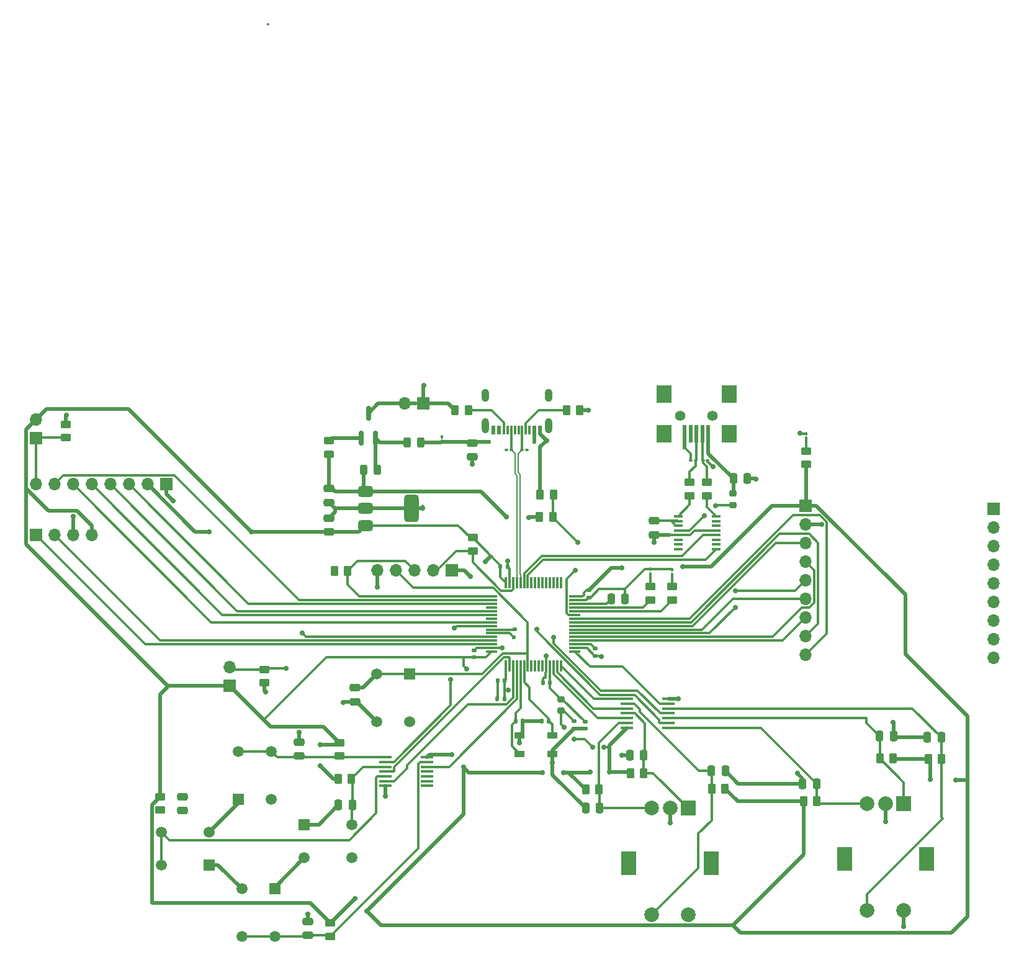
<source format=gbr>
%TF.GenerationSoftware,KiCad,Pcbnew,8.0.6*%
%TF.CreationDate,2024-12-27T13:10:45+11:00*%
%TF.ProjectId,drone_remote,64726f6e-655f-4726-956d-6f74652e6b69,rev?*%
%TF.SameCoordinates,Original*%
%TF.FileFunction,Copper,L1,Top*%
%TF.FilePolarity,Positive*%
%FSLAX46Y46*%
G04 Gerber Fmt 4.6, Leading zero omitted, Abs format (unit mm)*
G04 Created by KiCad (PCBNEW 8.0.6) date 2024-12-27 13:10:45*
%MOMM*%
%LPD*%
G01*
G04 APERTURE LIST*
G04 Aperture macros list*
%AMRoundRect*
0 Rectangle with rounded corners*
0 $1 Rounding radius*
0 $2 $3 $4 $5 $6 $7 $8 $9 X,Y pos of 4 corners*
0 Add a 4 corners polygon primitive as box body*
4,1,4,$2,$3,$4,$5,$6,$7,$8,$9,$2,$3,0*
0 Add four circle primitives for the rounded corners*
1,1,$1+$1,$2,$3*
1,1,$1+$1,$4,$5*
1,1,$1+$1,$6,$7*
1,1,$1+$1,$8,$9*
0 Add four rect primitives between the rounded corners*
20,1,$1+$1,$2,$3,$4,$5,0*
20,1,$1+$1,$4,$5,$6,$7,0*
20,1,$1+$1,$6,$7,$8,$9,0*
20,1,$1+$1,$8,$9,$2,$3,0*%
G04 Aperture macros list end*
%TA.AperFunction,SMDPad,CuDef*%
%ADD10RoundRect,0.250000X0.450000X-0.262500X0.450000X0.262500X-0.450000X0.262500X-0.450000X-0.262500X0*%
%TD*%
%TA.AperFunction,SMDPad,CuDef*%
%ADD11RoundRect,0.100000X-0.130000X-0.100000X0.130000X-0.100000X0.130000X0.100000X-0.130000X0.100000X0*%
%TD*%
%TA.AperFunction,SMDPad,CuDef*%
%ADD12RoundRect,0.250000X-0.450000X0.262500X-0.450000X-0.262500X0.450000X-0.262500X0.450000X0.262500X0*%
%TD*%
%TA.AperFunction,SMDPad,CuDef*%
%ADD13RoundRect,0.162500X0.162500X-0.837500X0.162500X0.837500X-0.162500X0.837500X-0.162500X-0.837500X0*%
%TD*%
%TA.AperFunction,SMDPad,CuDef*%
%ADD14RoundRect,0.250000X0.250000X0.475000X-0.250000X0.475000X-0.250000X-0.475000X0.250000X-0.475000X0*%
%TD*%
%TA.AperFunction,SMDPad,CuDef*%
%ADD15RoundRect,0.250000X0.262500X0.450000X-0.262500X0.450000X-0.262500X-0.450000X0.262500X-0.450000X0*%
%TD*%
%TA.AperFunction,ComponentPad*%
%ADD16R,1.700000X1.700000*%
%TD*%
%TA.AperFunction,ComponentPad*%
%ADD17O,1.700000X1.700000*%
%TD*%
%TA.AperFunction,SMDPad,CuDef*%
%ADD18RoundRect,0.250000X-0.262500X-0.450000X0.262500X-0.450000X0.262500X0.450000X-0.262500X0.450000X0*%
%TD*%
%TA.AperFunction,SMDPad,CuDef*%
%ADD19RoundRect,0.250000X-0.250000X-0.475000X0.250000X-0.475000X0.250000X0.475000X-0.250000X0.475000X0*%
%TD*%
%TA.AperFunction,SMDPad,CuDef*%
%ADD20R,1.676400X0.355600*%
%TD*%
%TA.AperFunction,SMDPad,CuDef*%
%ADD21RoundRect,0.250000X0.475000X-0.250000X0.475000X0.250000X-0.475000X0.250000X-0.475000X-0.250000X0*%
%TD*%
%TA.AperFunction,SMDPad,CuDef*%
%ADD22RoundRect,0.218750X-0.256250X0.218750X-0.256250X-0.218750X0.256250X-0.218750X0.256250X0.218750X0*%
%TD*%
%TA.AperFunction,SMDPad,CuDef*%
%ADD23RoundRect,0.250000X-0.475000X0.250000X-0.475000X-0.250000X0.475000X-0.250000X0.475000X0.250000X0*%
%TD*%
%TA.AperFunction,ComponentPad*%
%ADD24C,1.498600*%
%TD*%
%TA.AperFunction,ComponentPad*%
%ADD25R,1.498600X1.498600*%
%TD*%
%TA.AperFunction,SMDPad,CuDef*%
%ADD26RoundRect,0.140000X0.140000X0.170000X-0.140000X0.170000X-0.140000X-0.170000X0.140000X-0.170000X0*%
%TD*%
%TA.AperFunction,SMDPad,CuDef*%
%ADD27RoundRect,0.100000X0.130000X0.100000X-0.130000X0.100000X-0.130000X-0.100000X0.130000X-0.100000X0*%
%TD*%
%TA.AperFunction,SMDPad,CuDef*%
%ADD28R,1.200000X0.400000*%
%TD*%
%TA.AperFunction,SMDPad,CuDef*%
%ADD29RoundRect,0.100000X-0.100000X0.130000X-0.100000X-0.130000X0.100000X-0.130000X0.100000X0.130000X0*%
%TD*%
%TA.AperFunction,SMDPad,CuDef*%
%ADD30RoundRect,0.075000X0.075000X-0.700000X0.075000X0.700000X-0.075000X0.700000X-0.075000X-0.700000X0*%
%TD*%
%TA.AperFunction,SMDPad,CuDef*%
%ADD31RoundRect,0.075000X0.700000X-0.075000X0.700000X0.075000X-0.700000X0.075000X-0.700000X-0.075000X0*%
%TD*%
%TA.AperFunction,SMDPad,CuDef*%
%ADD32RoundRect,0.243750X0.243750X0.456250X-0.243750X0.456250X-0.243750X-0.456250X0.243750X-0.456250X0*%
%TD*%
%TA.AperFunction,SMDPad,CuDef*%
%ADD33RoundRect,0.243750X-0.243750X-0.456250X0.243750X-0.456250X0.243750X0.456250X-0.243750X0.456250X0*%
%TD*%
%TA.AperFunction,ComponentPad*%
%ADD34R,2.000000X2.000000*%
%TD*%
%TA.AperFunction,ComponentPad*%
%ADD35C,2.000000*%
%TD*%
%TA.AperFunction,ComponentPad*%
%ADD36R,2.000000X3.200000*%
%TD*%
%TA.AperFunction,SMDPad,CuDef*%
%ADD37RoundRect,0.140000X-0.170000X0.140000X-0.170000X-0.140000X0.170000X-0.140000X0.170000X0.140000X0*%
%TD*%
%TA.AperFunction,SMDPad,CuDef*%
%ADD38RoundRect,0.140000X0.170000X-0.140000X0.170000X0.140000X-0.170000X0.140000X-0.170000X-0.140000X0*%
%TD*%
%TA.AperFunction,SMDPad,CuDef*%
%ADD39R,1.447800X0.889000*%
%TD*%
%TA.AperFunction,SMDPad,CuDef*%
%ADD40RoundRect,0.375000X-0.625000X-0.375000X0.625000X-0.375000X0.625000X0.375000X-0.625000X0.375000X0*%
%TD*%
%TA.AperFunction,SMDPad,CuDef*%
%ADD41RoundRect,0.500000X-0.500000X-1.400000X0.500000X-1.400000X0.500000X1.400000X-0.500000X1.400000X0*%
%TD*%
%TA.AperFunction,SMDPad,CuDef*%
%ADD42RoundRect,0.140000X-0.140000X-0.170000X0.140000X-0.170000X0.140000X0.170000X-0.140000X0.170000X0*%
%TD*%
%TA.AperFunction,SMDPad,CuDef*%
%ADD43RoundRect,0.100000X0.100000X-0.130000X0.100000X0.130000X-0.100000X0.130000X-0.100000X-0.130000X0*%
%TD*%
%TA.AperFunction,SMDPad,CuDef*%
%ADD44RoundRect,0.243750X0.456250X-0.243750X0.456250X0.243750X-0.456250X0.243750X-0.456250X-0.243750X0*%
%TD*%
%TA.AperFunction,SMDPad,CuDef*%
%ADD45R,0.508000X2.489200*%
%TD*%
%TA.AperFunction,SMDPad,CuDef*%
%ADD46R,2.006600X2.489200*%
%TD*%
%TA.AperFunction,ComponentPad*%
%ADD47C,1.397000*%
%TD*%
%TA.AperFunction,ComponentPad*%
%ADD48O,1.000000X1.800000*%
%TD*%
%TA.AperFunction,ComponentPad*%
%ADD49O,1.000000X2.100000*%
%TD*%
%TA.AperFunction,SMDPad,CuDef*%
%ADD50R,0.300000X1.150000*%
%TD*%
%TA.AperFunction,SMDPad,CuDef*%
%ADD51R,0.600000X1.150000*%
%TD*%
%TA.AperFunction,ViaPad*%
%ADD52C,0.700000*%
%TD*%
%TA.AperFunction,ViaPad*%
%ADD53C,0.600000*%
%TD*%
%TA.AperFunction,Conductor*%
%ADD54C,0.500000*%
%TD*%
%TA.AperFunction,Conductor*%
%ADD55C,0.300000*%
%TD*%
%TA.AperFunction,Conductor*%
%ADD56C,0.200000*%
%TD*%
G04 APERTURE END LIST*
D10*
%TO.P,R5,1*%
%TO.N,Net-(J6-Pin_8)*%
X124700000Y-81725000D03*
%TO.P,R5,2*%
%TO.N,GND*%
X124700000Y-79900000D03*
%TD*%
D11*
%TO.P,C20,1*%
%TO.N,/D-*%
X211593106Y-84842666D03*
%TO.P,C20,2*%
%TO.N,GND*%
X212233106Y-84842666D03*
%TD*%
D12*
%TO.P,R2,1*%
%TO.N,Net-(D6-A)*%
X204400000Y-102075000D03*
%TO.P,R2,2*%
%TO.N,/HB_LED*%
X204400000Y-103900000D03*
%TD*%
D13*
%TO.P,Q1,1,D*%
%TO.N,/V_BAT*%
X165000000Y-81800000D03*
%TO.P,Q1,2,G*%
%TO.N,/V_USB*%
X166900000Y-81800000D03*
%TO.P,Q1,3,S*%
%TO.N,+5V*%
X165950000Y-78380000D03*
%TD*%
D14*
%TO.P,C29,1*%
%TO.N,/ENC1_SW*%
X244100000Y-122650000D03*
%TO.P,C29,2*%
%TO.N,GND*%
X242200000Y-122650000D03*
%TD*%
D15*
%TO.P,R8,1*%
%TO.N,Net-(J1-CC2)*%
X179600000Y-78000000D03*
%TO.P,R8,2*%
%TO.N,GND*%
X177775000Y-78000000D03*
%TD*%
D16*
%TO.P,JP4,1,A*%
%TO.N,+3.3V*%
X147000000Y-115562500D03*
D17*
%TO.P,JP4,2,B*%
%TO.N,/BOOT0*%
X147000000Y-113022500D03*
%TD*%
D18*
%TO.P,R22,1*%
%TO.N,+3.3V*%
X242337500Y-125600000D03*
%TO.P,R22,2*%
%TO.N,/ENC1_SW*%
X244162500Y-125600000D03*
%TD*%
D19*
%TO.P,C27,1*%
%TO.N,GND*%
X225200000Y-128925000D03*
%TO.P,C27,2*%
%TO.N,/ENC1_A*%
X227100000Y-128925000D03*
%TD*%
D20*
%TO.P,U3,14,VCC*%
%TO.N,+3.3V*%
X173919400Y-125350001D03*
%TO.P,U3,13,6A*%
%TO.N,/SW5*%
X173919400Y-126000000D03*
%TO.P,U3,12,6Y*%
%TO.N,/PUSH_BTN4*%
X173919400Y-126650001D03*
%TO.P,U3,11,5A*%
%TO.N,unconnected-(U3-5A-Pad11)*%
X173919400Y-127300000D03*
%TO.P,U3,10,5Y*%
%TO.N,unconnected-(U3-5Y-Pad10)*%
X173919400Y-127950001D03*
%TO.P,U3,9,4A*%
%TO.N,unconnected-(U3-4A-Pad9)*%
X173919400Y-128600000D03*
%TO.P,U3,8,4Y*%
%TO.N,unconnected-(U3-4Y-Pad8)*%
X173919400Y-129250001D03*
%TO.P,U3,7,GND*%
%TO.N,GND*%
X168280600Y-129249999D03*
%TO.P,U3,6,3Y*%
%TO.N,/PUSH_BTN3*%
X168280600Y-128600000D03*
%TO.P,U3,5,3A*%
%TO.N,/SW4*%
X168280600Y-127949999D03*
%TO.P,U3,4,2Y*%
%TO.N,/PUSH_BTN2*%
X168280600Y-127300000D03*
%TO.P,U3,3,2A*%
%TO.N,/SW3*%
X168280600Y-126650001D03*
%TO.P,U3,2,1Y*%
%TO.N,/PUSH_BTN1*%
X168280600Y-126000000D03*
%TO.P,U3,1,1A*%
%TO.N,/SW2*%
X168280600Y-125349999D03*
%TD*%
D21*
%TO.P,C15,1*%
%TO.N,GND*%
X180100000Y-84350000D03*
%TO.P,C15,2*%
%TO.N,VBUS*%
X180100000Y-82450000D03*
%TD*%
D22*
%TO.P,L2,1*%
%TO.N,Net-(J3-VBUS)*%
X215650000Y-89375000D03*
%TO.P,L2,2*%
%TO.N,Net-(U6-VCC)*%
X215650000Y-90950000D03*
%TD*%
D23*
%TO.P,C25,2*%
%TO.N,/SW4*%
X140550000Y-132600000D03*
%TO.P,C25,1*%
%TO.N,GND*%
X140550000Y-130700000D03*
%TD*%
D24*
%TO.P,SW2,4,4*%
%TO.N,/SW2*%
X152699401Y-124550001D03*
%TO.P,SW2,3,3*%
%TO.N,GND*%
X152699401Y-131050002D03*
%TO.P,SW2,2,2*%
%TO.N,/SW2*%
X148199400Y-124550001D03*
D25*
%TO.P,SW2,1,1*%
%TO.N,GND*%
X148199400Y-131050002D03*
%TD*%
D10*
%TO.P,R3,1*%
%TO.N,/SWDIO*%
X180200000Y-97212500D03*
%TO.P,R3,2*%
%TO.N,+3.3V*%
X180200000Y-95387500D03*
%TD*%
D26*
%TO.P,C5,1*%
%TO.N,GND*%
X184927894Y-99305734D03*
%TO.P,C5,2*%
%TO.N,+3.3V*%
X183967894Y-99305734D03*
%TD*%
D22*
%TO.P,L1,1*%
%TO.N,+3.3VA*%
X192200000Y-117425000D03*
%TO.P,L1,2*%
%TO.N,+3.3V*%
X192200000Y-119000000D03*
%TD*%
D16*
%TO.P,J5,1,Pin_1*%
%TO.N,/I2C1_SDA*%
X120600000Y-95000000D03*
D17*
%TO.P,J5,2,Pin_2*%
%TO.N,/I2C1_SCL*%
X123140000Y-95000000D03*
%TO.P,J5,3,Pin_3*%
%TO.N,GND*%
X125680000Y-95000000D03*
%TO.P,J5,4,Pin_4*%
%TO.N,+3.3V*%
X128220000Y-95000000D03*
%TD*%
D16*
%TO.P,J8,1,Pin_1*%
%TO.N,unconnected-(J8-Pin_1-Pad1)*%
X251257106Y-91449266D03*
D17*
%TO.P,J8,2,Pin_2*%
%TO.N,unconnected-(J8-Pin_2-Pad2)*%
X251257106Y-93989266D03*
%TO.P,J8,3,Pin_3*%
%TO.N,unconnected-(J8-Pin_3-Pad3)*%
X251257106Y-96529266D03*
%TO.P,J8,4,Pin_4*%
%TO.N,unconnected-(J8-Pin_4-Pad4)*%
X251257106Y-99069266D03*
%TO.P,J8,5,Pin_5*%
%TO.N,unconnected-(J8-Pin_5-Pad5)*%
X251257106Y-101609266D03*
%TO.P,J8,6,Pin_6*%
%TO.N,unconnected-(J8-Pin_6-Pad6)*%
X251257106Y-104149266D03*
%TO.P,J8,7,Pin_7*%
%TO.N,unconnected-(J8-Pin_7-Pad7)*%
X251257106Y-106689266D03*
%TO.P,J8,8,Pin_8*%
%TO.N,unconnected-(J8-Pin_8-Pad8)*%
X251257106Y-109229266D03*
%TO.P,J8,9,Pin_9*%
%TO.N,unconnected-(J8-Pin_9-Pad9)*%
X251257106Y-111769266D03*
%TD*%
D15*
%TO.P,R24,1*%
%TO.N,/ENC2_C*%
X203500000Y-127500000D03*
%TO.P,R24,2*%
%TO.N,+3.3V*%
X201675000Y-127500000D03*
%TD*%
D21*
%TO.P,C33,1*%
%TO.N,GND*%
X164150000Y-117750000D03*
%TO.P,C33,2*%
%TO.N,/nRST*%
X164150000Y-115850000D03*
%TD*%
D10*
%TO.P,R13,1*%
%TO.N,/USBD+*%
X212093106Y-89642666D03*
%TO.P,R13,2*%
%TO.N,/D-*%
X212093106Y-87817666D03*
%TD*%
D24*
%TO.P,SW3,4,4*%
%TO.N,/SW3*%
X163699401Y-139050002D03*
%TO.P,SW3,3,3*%
%TO.N,GND*%
X157199400Y-139050002D03*
%TO.P,SW3,2,2*%
%TO.N,/SW3*%
X163699401Y-134550001D03*
D25*
%TO.P,SW3,1,1*%
%TO.N,GND*%
X157199400Y-134550001D03*
%TD*%
D12*
%TO.P,R12,1*%
%TO.N,/D+*%
X209793106Y-87817666D03*
%TO.P,R12,2*%
%TO.N,/USBD-*%
X209793106Y-89642666D03*
%TD*%
D16*
%TO.P,J2,1,Pin_1*%
%TO.N,GND*%
X173457106Y-77069266D03*
D17*
%TO.P,J2,2,Pin_2*%
%TO.N,+5V*%
X170917106Y-77069266D03*
%TD*%
D19*
%TO.P,C31,1*%
%TO.N,GND*%
X201600000Y-125100000D03*
%TO.P,C31,2*%
%TO.N,/ENC2_C*%
X203500000Y-125100000D03*
%TD*%
D27*
%TO.P,D2,1,A1*%
%TO.N,/USB_OTG_FS+*%
X185450606Y-83397557D03*
%TO.P,D2,2,A2*%
%TO.N,GND*%
X184810606Y-83397557D03*
%TD*%
D24*
%TO.P,SW5,4,4*%
%TO.N,/SW5*%
X148688802Y-149800001D03*
%TO.P,SW5,3,3*%
%TO.N,GND*%
X148688802Y-143300000D03*
%TO.P,SW5,2,2*%
%TO.N,/SW5*%
X153188803Y-149800001D03*
D25*
%TO.P,SW5,1,1*%
%TO.N,GND*%
X153188803Y-143300000D03*
%TD*%
D28*
%TO.P,U6,1,TXD*%
%TO.N,/USART_TX*%
X213400000Y-96935000D03*
%TO.P,U6,2,~{RTS}*%
%TO.N,unconnected-(U6-~{RTS}-Pad2)*%
X213400000Y-96300000D03*
%TO.P,U6,3,VCCIO*%
%TO.N,Net-(U6-3V3OUT)*%
X213400000Y-95665000D03*
%TO.P,U6,4,RXD*%
%TO.N,/USART_RX*%
X213400000Y-95030000D03*
%TO.P,U6,5,GND*%
%TO.N,GND*%
X213400000Y-94395000D03*
%TO.P,U6,6,~{CTS}*%
%TO.N,unconnected-(U6-~{CTS}-Pad6)*%
X213400000Y-93760000D03*
%TO.P,U6,7,CBUS2*%
%TO.N,unconnected-(U6-CBUS2-Pad7)*%
X213400000Y-93125000D03*
%TO.P,U6,8,USBDP*%
%TO.N,/USBD+*%
X213400000Y-92490000D03*
%TO.P,U6,9,USBDM*%
%TO.N,/USBD-*%
X208200000Y-92490000D03*
%TO.P,U6,10,3V3OUT*%
%TO.N,Net-(U6-3V3OUT)*%
X208200000Y-93125000D03*
%TO.P,U6,11,~{RESET}*%
X208200000Y-93760000D03*
%TO.P,U6,12,VCC*%
%TO.N,Net-(U6-VCC)*%
X208200000Y-94395000D03*
%TO.P,U6,13,GND*%
%TO.N,GND*%
X208200000Y-95030000D03*
%TO.P,U6,14,CBUS1*%
%TO.N,unconnected-(U6-CBUS1-Pad14)*%
X208200000Y-95665000D03*
%TO.P,U6,15,CBUS0*%
%TO.N,unconnected-(U6-CBUS0-Pad15)*%
X208200000Y-96300000D03*
%TO.P,U6,16,CBUS3*%
%TO.N,unconnected-(U6-CBUS3-Pad16)*%
X208200000Y-96935000D03*
%TD*%
D24*
%TO.P,SW4,4,4*%
%TO.N,/SW4*%
X137699401Y-135550001D03*
%TO.P,SW4,3,3*%
%TO.N,GND*%
X144199402Y-135550001D03*
%TO.P,SW4,2,2*%
%TO.N,/SW4*%
X137699401Y-140050002D03*
D25*
%TO.P,SW4,1,1*%
%TO.N,GND*%
X144199402Y-140050002D03*
%TD*%
D12*
%TO.P,R18,2*%
%TO.N,/SW5*%
X160719400Y-149750001D03*
%TO.P,R18,1*%
%TO.N,+3.3V*%
X160719400Y-147925001D03*
%TD*%
D21*
%TO.P,C17,1*%
%TO.N,+3.3V*%
X160600000Y-94600000D03*
%TO.P,C17,2*%
%TO.N,GND*%
X160600000Y-92700000D03*
%TD*%
D19*
%TO.P,C24,2*%
%TO.N,/SW3*%
X163769400Y-131850001D03*
%TO.P,C24,1*%
%TO.N,GND*%
X161869400Y-131850001D03*
%TD*%
D10*
%TO.P,R16,2*%
%TO.N,+3.3V*%
X162010529Y-123338422D03*
%TO.P,R16,1*%
%TO.N,/SW2*%
X162010529Y-125163422D03*
%TD*%
%TO.P,R1,1*%
%TO.N,GND*%
X151800000Y-115200000D03*
%TO.P,R1,2*%
%TO.N,/BOOT0*%
X151800000Y-113375000D03*
%TD*%
D14*
%TO.P,C19,1*%
%TO.N,GND*%
X217648106Y-87342666D03*
%TO.P,C19,2*%
%TO.N,Net-(J3-VBUS)*%
X215748106Y-87342666D03*
%TD*%
D27*
%TO.P,C21,1*%
%TO.N,/D+*%
X210568106Y-84842666D03*
%TO.P,C21,2*%
%TO.N,GND*%
X209928106Y-84842666D03*
%TD*%
D16*
%TO.P,J6,1,Pin_1*%
%TO.N,GND*%
X138350000Y-88100000D03*
D17*
%TO.P,J6,2,Pin_2*%
%TO.N,+3.3V*%
X135810000Y-88100000D03*
%TO.P,J6,3,Pin_3*%
%TO.N,/SPI3_SCK*%
X133270000Y-88100000D03*
%TO.P,J6,4,Pin_4*%
%TO.N,/SPI3_MOSI*%
X130730000Y-88100000D03*
%TO.P,J6,5,Pin_5*%
%TO.N,/ST7735_nRST*%
X128190000Y-88100000D03*
%TO.P,J6,6,Pin_6*%
%TO.N,/ST7735_DC*%
X125650000Y-88100000D03*
%TO.P,J6,7,Pin_7*%
%TO.N,/SPI3_nCS*%
X123110000Y-88100000D03*
%TO.P,J6,8,Pin_8*%
%TO.N,Net-(J6-Pin_8)*%
X120570000Y-88100000D03*
%TD*%
D29*
%TO.P,D10,2,A*%
%TO.N,Net-(D10-A)*%
X207400000Y-100407500D03*
%TO.P,D10,1,K*%
%TO.N,GND*%
X207400000Y-99767500D03*
%TD*%
D23*
%TO.P,C22,1*%
%TO.N,Net-(U6-3V3OUT)*%
X204955000Y-93092500D03*
%TO.P,C22,2*%
%TO.N,GND*%
X204955000Y-94992500D03*
%TD*%
D30*
%TO.P,U1,1,VBAT*%
%TO.N,+3.3V*%
X184700000Y-112850000D03*
%TO.P,U1,2,PC13*%
%TO.N,/PUSH_BTN2*%
X185200000Y-112850000D03*
%TO.P,U1,3,PC14*%
%TO.N,/PUSH_BTN3*%
X185700000Y-112850000D03*
%TO.P,U1,4,PC15*%
%TO.N,/PUSH_BTN4*%
X186200000Y-112850000D03*
%TO.P,U1,5,RCC_OSC_IN*%
%TO.N,/OSC_IN*%
X186700000Y-112850000D03*
%TO.P,U1,6,RCC_OSC_OUT*%
%TO.N,/OSC_OUT*%
X187200000Y-112850000D03*
%TO.P,U1,7,NRST*%
%TO.N,/nRST*%
X187700000Y-112850000D03*
%TO.P,U1,8,PC0*%
%TO.N,unconnected-(U1-PC0-Pad8)*%
X188200000Y-112850000D03*
%TO.P,U1,9,PC1*%
%TO.N,unconnected-(U1-PC1-Pad9)*%
X188700000Y-112850000D03*
%TO.P,U1,10,PC2*%
%TO.N,unconnected-(U1-PC2-Pad10)*%
X189200000Y-112850000D03*
%TO.P,U1,11,PC3*%
%TO.N,unconnected-(U1-PC3-Pad11)*%
X189700000Y-112850000D03*
%TO.P,U1,12,VSSA*%
%TO.N,GND*%
X190200000Y-112850000D03*
%TO.P,U1,13,VDDA*%
%TO.N,+3.3VA*%
X190700000Y-112850000D03*
%TO.P,U1,14,PA0*%
%TO.N,/TIM2_CH1*%
X191200000Y-112850000D03*
%TO.P,U1,15,PA1*%
%TO.N,/TIM2_CH2*%
X191700000Y-112850000D03*
%TO.P,U1,16,PA2*%
%TO.N,/ENC2_BTN*%
X192200000Y-112850000D03*
D31*
%TO.P,U1,17,PA3*%
%TO.N,/ENC1_BTN*%
X194125000Y-110925000D03*
%TO.P,U1,18,VSS*%
%TO.N,GND*%
X194125000Y-110425000D03*
%TO.P,U1,19,VDD*%
%TO.N,+3.3V*%
X194125000Y-109925000D03*
%TO.P,U1,20,PA4*%
%TO.N,/SPI1_nCS*%
X194125000Y-109425000D03*
%TO.P,U1,21,PA5*%
%TO.N,/SPI1_SCK*%
X194125000Y-108925000D03*
%TO.P,U1,22,PA6*%
%TO.N,/SPI1_MISO*%
X194125000Y-108425000D03*
%TO.P,U1,23,PA7*%
%TO.N,/SPI1_MOSI*%
X194125000Y-107925000D03*
%TO.P,U1,24,PC4*%
%TO.N,/RFM_EN*%
X194125000Y-107425000D03*
%TO.P,U1,25,PC5*%
%TO.N,/RFM_nRST*%
X194125000Y-106925000D03*
%TO.P,U1,26,PB0*%
%TO.N,/RFM_G0*%
X194125000Y-106425000D03*
%TO.P,U1,27,PB1*%
%TO.N,/ADC_VOLTAGE*%
X194125000Y-105925000D03*
%TO.P,U1,28,PB2*%
%TO.N,/MCU_LED*%
X194125000Y-105425000D03*
%TO.P,U1,29,PB10*%
%TO.N,/HB_LED*%
X194125000Y-104925000D03*
%TO.P,U1,30,VCAP1*%
%TO.N,Net-(U1-VCAP1)*%
X194125000Y-104425000D03*
%TO.P,U1,31,VSS*%
%TO.N,GND*%
X194125000Y-103925000D03*
%TO.P,U1,32,VDD*%
%TO.N,+3.3V*%
X194125000Y-103425000D03*
D30*
%TO.P,U1,33,PB12*%
%TO.N,unconnected-(U1-PB12-Pad33)*%
X192200000Y-101500000D03*
%TO.P,U1,34,PB13*%
%TO.N,unconnected-(U1-PB13-Pad34)*%
X191700000Y-101500000D03*
%TO.P,U1,35,PB14*%
%TO.N,unconnected-(U1-PB14-Pad35)*%
X191200000Y-101500000D03*
%TO.P,U1,36,PB15*%
%TO.N,unconnected-(U1-PB15-Pad36)*%
X190700000Y-101500000D03*
%TO.P,U1,37,PC6*%
%TO.N,unconnected-(U1-PC6-Pad37)*%
X190200000Y-101500000D03*
%TO.P,U1,38,PC7*%
%TO.N,unconnected-(U1-PC7-Pad38)*%
X189700000Y-101500000D03*
%TO.P,U1,39,PC8*%
%TO.N,unconnected-(U1-PC8-Pad39)*%
X189200000Y-101500000D03*
%TO.P,U1,40,PC9*%
%TO.N,unconnected-(U1-PC9-Pad40)*%
X188700000Y-101500000D03*
%TO.P,U1,41,PA8*%
%TO.N,unconnected-(U1-PA8-Pad41)*%
X188200000Y-101500000D03*
%TO.P,U1,42,PA9*%
%TO.N,/USART_TX*%
X187700000Y-101500000D03*
%TO.P,U1,43,PA10*%
%TO.N,/USART_RX*%
X187200000Y-101500000D03*
%TO.P,U1,44,PA11*%
%TO.N,/USB_OTG_FS-*%
X186700000Y-101500000D03*
%TO.P,U1,45,PA12*%
%TO.N,/USB_OTG_FS+*%
X186200000Y-101500000D03*
%TO.P,U1,46,PA13*%
%TO.N,/SWDIO*%
X185700000Y-101500000D03*
%TO.P,U1,47,VSS*%
%TO.N,GND*%
X185200000Y-101500000D03*
%TO.P,U1,48,VDD*%
%TO.N,+3.3V*%
X184700000Y-101500000D03*
D31*
%TO.P,U1,49,PA14*%
%TO.N,/SWCLK*%
X182775000Y-103425000D03*
%TO.P,U1,50,PA15*%
%TO.N,/SPI3_nCS*%
X182775000Y-103925000D03*
%TO.P,U1,51,PC10*%
%TO.N,/SPI3_SCK*%
X182775000Y-104425000D03*
%TO.P,U1,52,PC11*%
%TO.N,unconnected-(U1-PC11-Pad52)*%
X182775000Y-104925000D03*
%TO.P,U1,53,PC12*%
%TO.N,/SPI3_MOSI*%
X182775000Y-105425000D03*
%TO.P,U1,54,PD2*%
%TO.N,/ST7735_nRST*%
X182775000Y-105925000D03*
%TO.P,U1,55,PB3*%
%TO.N,unconnected-(U1-PB3-Pad55)*%
X182775000Y-106425000D03*
%TO.P,U1,56,PB4*%
%TO.N,/ST7735_DC*%
X182775000Y-106925000D03*
%TO.P,U1,57,PB5*%
%TO.N,/PUSH_BTN1*%
X182775000Y-107425000D03*
%TO.P,U1,58,PB6*%
%TO.N,/TIM4_CH1*%
X182775000Y-107925000D03*
%TO.P,U1,59,PB7*%
%TO.N,/TIM4_CH2*%
X182775000Y-108425000D03*
%TO.P,U1,60,BOOT0*%
%TO.N,/BOOT0*%
X182775000Y-108925000D03*
%TO.P,U1,61,PB8*%
%TO.N,/I2C1_SCL*%
X182775000Y-109425000D03*
%TO.P,U1,62,PB9*%
%TO.N,/I2C1_SDA*%
X182775000Y-109925000D03*
%TO.P,U1,63,VSS*%
%TO.N,GND*%
X182775000Y-110425000D03*
%TO.P,U1,64,VDD*%
%TO.N,+3.3V*%
X182775000Y-110925000D03*
%TD*%
D32*
%TO.P,F1,1*%
%TO.N,VBUS*%
X173100000Y-82400000D03*
%TO.P,F1,2*%
%TO.N,/V_USB*%
X171225000Y-82400000D03*
%TD*%
D33*
%TO.P,D4,1,K*%
%TO.N,/REG_IN*%
X165325000Y-86100000D03*
%TO.P,D4,2,A*%
%TO.N,/V_USB*%
X167200000Y-86100000D03*
%TD*%
D12*
%TO.P,R26,1*%
%TO.N,Net-(D9-A)*%
X225700000Y-83575000D03*
%TO.P,R26,2*%
%TO.N,+3.3V*%
X225700000Y-85400000D03*
%TD*%
D16*
%TO.P,J7,1,Pin_1*%
%TO.N,+3.3V*%
X225600000Y-91000000D03*
D17*
%TO.P,J7,2,Pin_2*%
%TO.N,GND*%
X225600000Y-93540000D03*
%TO.P,J7,3,Pin_3*%
%TO.N,/RFM_EN*%
X225600000Y-96080000D03*
%TO.P,J7,4,Pin_4*%
%TO.N,/SPI1_SCK*%
X225600000Y-98620000D03*
%TO.P,J7,5,Pin_5*%
%TO.N,/SPI1_MISO*%
X225600000Y-101160000D03*
%TO.P,J7,6,Pin_6*%
%TO.N,/SPI1_MOSI*%
X225600000Y-103700000D03*
%TO.P,J7,7,Pin_7*%
%TO.N,/SPI1_nCS*%
X225600000Y-106240000D03*
%TO.P,J7,8,Pin_8*%
%TO.N,/RFM_nRST*%
X225600000Y-108780000D03*
%TO.P,J7,9,Pin_9*%
%TO.N,/RFM_G0*%
X225600000Y-111320000D03*
%TD*%
D18*
%TO.P,R7,1*%
%TO.N,Net-(J1-CC1)*%
X192975606Y-78000166D03*
%TO.P,R7,2*%
%TO.N,GND*%
X194800606Y-78000166D03*
%TD*%
D34*
%TO.P,SW6,A,A*%
%TO.N,/ENC1_C*%
X239000000Y-131700000D03*
D35*
%TO.P,SW6,B,B*%
%TO.N,/ENC1_A*%
X234000000Y-131700000D03*
%TO.P,SW6,C,C*%
%TO.N,GND*%
X236500000Y-131700000D03*
D36*
%TO.P,SW6,MP*%
%TO.N,N/C*%
X242100000Y-139200000D03*
X230900000Y-139200000D03*
D35*
%TO.P,SW6,S1,S1*%
%TO.N,/ENC1_SW*%
X234000000Y-146200000D03*
%TO.P,SW6,S2,S2*%
%TO.N,GND*%
X239000000Y-146200000D03*
%TD*%
D15*
%TO.P,R17,2*%
%TO.N,+3.3V*%
X161806900Y-128250001D03*
%TO.P,R17,1*%
%TO.N,/SW3*%
X163631900Y-128250001D03*
%TD*%
D26*
%TO.P,C14,1*%
%TO.N,GND*%
X187010000Y-120375000D03*
%TO.P,C14,2*%
%TO.N,/OSC_IN*%
X186050000Y-120375000D03*
%TD*%
D21*
%TO.P,C26,2*%
%TO.N,GND*%
X157719400Y-147750001D03*
%TO.P,C26,1*%
%TO.N,/SW5*%
X157719400Y-149650001D03*
%TD*%
D25*
%TO.P,SW1,1,1*%
%TO.N,/nRST*%
X171600000Y-114000000D03*
D24*
%TO.P,SW1,2,2*%
%TO.N,GND*%
X171600000Y-120500001D03*
%TO.P,SW1,3,3*%
%TO.N,/nRST*%
X167099999Y-114000000D03*
%TO.P,SW1,4,4*%
%TO.N,GND*%
X167099999Y-120500001D03*
%TD*%
D11*
%TO.P,D1,1,A1*%
%TO.N,/USB_OTG_FS-*%
X186900606Y-83400166D03*
%TO.P,D1,2,A2*%
%TO.N,GND*%
X187540606Y-83400166D03*
%TD*%
D37*
%TO.P,C6,1*%
%TO.N,GND*%
X180400000Y-110750000D03*
%TO.P,C6,2*%
%TO.N,+3.3V*%
X180400000Y-111710000D03*
%TD*%
D38*
%TO.P,C3,1*%
%TO.N,GND*%
X196875000Y-111485000D03*
%TO.P,C3,2*%
%TO.N,+3.3V*%
X196875000Y-110525000D03*
%TD*%
D15*
%TO.P,R11,1*%
%TO.N,/ADC_VOLTAGE*%
X191200000Y-89500000D03*
%TO.P,R11,2*%
%TO.N,GND*%
X189375000Y-89500000D03*
%TD*%
%TO.P,R20,1*%
%TO.N,/ENC1_A*%
X227125000Y-131325000D03*
%TO.P,R20,2*%
%TO.N,+3.3V*%
X225300000Y-131325000D03*
%TD*%
D16*
%TO.P,JP1,1,A*%
%TO.N,Net-(J6-Pin_8)*%
X120600000Y-81800000D03*
D17*
%TO.P,JP1,2,B*%
%TO.N,+3.3V*%
X120600000Y-79260000D03*
%TD*%
D37*
%TO.P,C9,1*%
%TO.N,+3.3VA*%
X195500000Y-120500000D03*
%TO.P,C9,2*%
%TO.N,GND*%
X195500000Y-121460000D03*
%TD*%
D39*
%TO.P,X1,1,1*%
%TO.N,/OSC_IN*%
X186579600Y-124875000D03*
%TO.P,X1,2,2*%
%TO.N,GND*%
X191050000Y-124875000D03*
%TO.P,X1,3,3*%
%TO.N,/OSC_OUT*%
X191050000Y-122375000D03*
%TO.P,X1,4,4*%
%TO.N,GND*%
X186579600Y-122375000D03*
%TD*%
D14*
%TO.P,C32,1*%
%TO.N,GND*%
X214650000Y-127200000D03*
%TO.P,C32,2*%
%TO.N,/ENC2_SW*%
X212750000Y-127200000D03*
%TD*%
D40*
%TO.P,U2,1,VI*%
%TO.N,/REG_IN*%
X165550000Y-89100000D03*
%TO.P,U2,2,GND*%
%TO.N,GND*%
X165550000Y-91400000D03*
D41*
X171850000Y-91400000D03*
D40*
%TO.P,U2,3,VO*%
%TO.N,+3.3V*%
X165550000Y-93700000D03*
%TD*%
D19*
%TO.P,C28,1*%
%TO.N,/ENC1_C*%
X235700000Y-122450000D03*
%TO.P,C28,2*%
%TO.N,GND*%
X237600000Y-122450000D03*
%TD*%
D15*
%TO.P,R23,1*%
%TO.N,/ENC2_A*%
X197412500Y-129700000D03*
%TO.P,R23,2*%
%TO.N,+3.3V*%
X195587500Y-129700000D03*
%TD*%
D37*
%TO.P,C10,1*%
%TO.N,+3.3V*%
X194000000Y-120440000D03*
%TO.P,C10,2*%
%TO.N,GND*%
X194000000Y-121400000D03*
%TD*%
D18*
%TO.P,R10,1*%
%TO.N,/REG_IN*%
X189287500Y-92550000D03*
%TO.P,R10,2*%
%TO.N,/ADC_VOLTAGE*%
X191112500Y-92550000D03*
%TD*%
%TO.P,R25,1*%
%TO.N,/ENC2_SW*%
X212775000Y-129600000D03*
%TO.P,R25,2*%
%TO.N,+3.3V*%
X214600000Y-129600000D03*
%TD*%
D23*
%TO.P,C16,1*%
%TO.N,/REG_IN*%
X160600000Y-88700000D03*
%TO.P,C16,2*%
%TO.N,GND*%
X160600000Y-90600000D03*
%TD*%
D42*
%TO.P,C13,1*%
%TO.N,GND*%
X189590000Y-120375000D03*
%TO.P,C13,2*%
%TO.N,/OSC_OUT*%
X190550000Y-120375000D03*
%TD*%
%TO.P,C7,1*%
%TO.N,GND*%
X183550000Y-117375000D03*
%TO.P,C7,2*%
%TO.N,+3.3V*%
X184510000Y-117375000D03*
%TD*%
D20*
%TO.P,U4,1,1A*%
%TO.N,/ENC1_A*%
X206838800Y-121300002D03*
%TO.P,U4,2,1Y*%
%TO.N,/TIM4_CH1*%
X206838800Y-120650001D03*
%TO.P,U4,3,2A*%
%TO.N,/ENC1_C*%
X206838800Y-120000000D03*
%TO.P,U4,4,2Y*%
%TO.N,/TIM4_CH2*%
X206838800Y-119350001D03*
%TO.P,U4,5,3A*%
%TO.N,/ENC1_SW*%
X206838800Y-118700002D03*
%TO.P,U4,6,3Y*%
%TO.N,/ENC1_BTN*%
X206838800Y-118050001D03*
%TO.P,U4,7,GND*%
%TO.N,GND*%
X206838800Y-117400002D03*
%TO.P,U4,8,4Y*%
%TO.N,/ENC2_BTN*%
X201200000Y-117400000D03*
%TO.P,U4,9,4A*%
%TO.N,/ENC2_SW*%
X201200000Y-118050001D03*
%TO.P,U4,10,5Y*%
%TO.N,/TIM2_CH2*%
X201200000Y-118700000D03*
%TO.P,U4,11,5A*%
%TO.N,/ENC2_C*%
X201200000Y-119350001D03*
%TO.P,U4,12,6Y*%
%TO.N,/TIM2_CH1*%
X201200000Y-120000000D03*
%TO.P,U4,13,6A*%
%TO.N,/ENC2_A*%
X201200000Y-120650001D03*
%TO.P,U4,14,VCC*%
%TO.N,+3.3V*%
X201200000Y-121300000D03*
%TD*%
D29*
%TO.P,D6,1,K*%
%TO.N,GND*%
X204400000Y-99675000D03*
%TO.P,D6,2,A*%
%TO.N,Net-(D6-A)*%
X204400000Y-100315000D03*
%TD*%
D43*
%TO.P,D3,1,A1*%
%TO.N,VBUS*%
X176000000Y-82265000D03*
%TO.P,D3,2,A2*%
%TO.N,GND*%
X176000000Y-81625000D03*
%TD*%
D29*
%TO.P,D9,1,K*%
%TO.N,GND*%
X225700000Y-81175000D03*
%TO.P,D9,2,A*%
%TO.N,Net-(D9-A)*%
X225700000Y-81815000D03*
%TD*%
D42*
%TO.P,C8,1*%
%TO.N,GND*%
X189740000Y-115200000D03*
%TO.P,C8,2*%
%TO.N,+3.3VA*%
X190700000Y-115200000D03*
%TD*%
D15*
%TO.P,R21,1*%
%TO.N,+3.3V*%
X237562500Y-125500000D03*
%TO.P,R21,2*%
%TO.N,/ENC1_C*%
X235737500Y-125500000D03*
%TD*%
%TO.P,R4,1*%
%TO.N,/SWCLK*%
X163125000Y-99900000D03*
%TO.P,R4,2*%
%TO.N,+3.3V*%
X161300000Y-99900000D03*
%TD*%
D44*
%TO.P,D5,1,K*%
%TO.N,/REG_IN*%
X160600000Y-83975000D03*
%TO.P,D5,2,A*%
%TO.N,/V_BAT*%
X160600000Y-82100000D03*
%TD*%
D38*
%TO.P,C4,1*%
%TO.N,GND*%
X196020594Y-103534362D03*
%TO.P,C4,2*%
%TO.N,+3.3V*%
X196020594Y-102574362D03*
%TD*%
D34*
%TO.P,SW7,A,A*%
%TO.N,/ENC2_C*%
X209600000Y-132300000D03*
D35*
%TO.P,SW7,B,B*%
%TO.N,/ENC2_A*%
X204600000Y-132300000D03*
%TO.P,SW7,C,C*%
%TO.N,GND*%
X207100000Y-132300000D03*
D36*
%TO.P,SW7,MP*%
%TO.N,N/C*%
X212700000Y-139800000D03*
X201500000Y-139800000D03*
D35*
%TO.P,SW7,S1,S1*%
%TO.N,/ENC2_SW*%
X204600000Y-146800000D03*
%TO.P,SW7,S2,S2*%
%TO.N,GND*%
X209600000Y-146800000D03*
%TD*%
D19*
%TO.P,C1,1*%
%TO.N,Net-(U1-VCAP1)*%
X199075000Y-103725000D03*
%TO.P,C1,2*%
%TO.N,GND*%
X200975000Y-103725000D03*
%TD*%
D45*
%TO.P,J3,1,VBUS*%
%TO.N,Net-(J3-VBUS)*%
X212328706Y-81242666D03*
%TO.P,J3,2,D-*%
%TO.N,/D-*%
X211515906Y-81242666D03*
%TO.P,J3,3,D+*%
%TO.N,/D+*%
X210703106Y-81242666D03*
%TO.P,J3,4,ID*%
%TO.N,unconnected-(J3-ID-Pad4)*%
X209890306Y-81242666D03*
%TO.P,J3,5,GND*%
%TO.N,GND*%
X209077506Y-81242666D03*
D46*
%TO.P,J3,6,Shield*%
%TO.N,unconnected-(J3-Shield-Pad6)*%
X215148106Y-81242666D03*
%TO.P,J3,7*%
%TO.N,N/C*%
X206258106Y-81242666D03*
D47*
%TO.P,J3,8*%
X212912906Y-78778866D03*
%TO.P,J3,9*%
X208493306Y-78778866D03*
D46*
%TO.P,J3,10*%
X215148106Y-75756266D03*
%TO.P,J3,11*%
X206258106Y-75756266D03*
%TD*%
D48*
%TO.P,J1,SH4,SHIELD__3*%
%TO.N,GND*%
X181865606Y-75920166D03*
%TO.P,J1,SH3,SHIELD__2*%
X190505606Y-75920166D03*
D49*
%TO.P,J1,SH2,SHIELD__1*%
X181865606Y-80100166D03*
%TO.P,J1,SH1,SHIELD*%
X190505606Y-80100166D03*
D50*
%TO.P,J1,B8,SBU2*%
%TO.N,unconnected-(J1-SBU2-PadB8)*%
X187935606Y-80675166D03*
%TO.P,J1,B7,DN2*%
%TO.N,/USB_OTG_FS-*%
X186935606Y-80675166D03*
%TO.P,J1,B6,DP2*%
%TO.N,/USB_OTG_FS+*%
X185435606Y-80675166D03*
%TO.P,J1,B5,CC2*%
%TO.N,Net-(J1-CC2)*%
X184435606Y-80675166D03*
D51*
%TO.P,J1,B4_A9,VBUS__1*%
%TO.N,unconnected-(J1-VBUS__1-PadB4_A9)*%
X183785606Y-80675166D03*
%TO.P,J1,B1_A12,GND__1*%
%TO.N,GND*%
X182985606Y-80675166D03*
D50*
%TO.P,J1,A8,SBU1*%
%TO.N,unconnected-(J1-SBU1-PadA8)*%
X184935606Y-80675166D03*
%TO.P,J1,A7,DN1*%
%TO.N,unconnected-(J1-DN1-PadA7)*%
X185935606Y-80675166D03*
%TO.P,J1,A6,DP1*%
%TO.N,unconnected-(J1-DP1-PadA6)*%
X186435606Y-80675166D03*
%TO.P,J1,A5,CC1*%
%TO.N,Net-(J1-CC1)*%
X187435606Y-80675166D03*
D51*
%TO.P,J1,A4_B9,VBUS*%
%TO.N,VBUS*%
X188585606Y-80675166D03*
%TO.P,J1,A1_B12,GND*%
%TO.N,GND*%
X189385606Y-80675166D03*
%TD*%
D23*
%TO.P,C23,2*%
%TO.N,/SW2*%
X156519400Y-125150001D03*
%TO.P,C23,1*%
%TO.N,GND*%
X156519400Y-123250001D03*
%TD*%
D16*
%TO.P,J4,1,Pin_1*%
%TO.N,+3.3V*%
X177300000Y-99800000D03*
D17*
%TO.P,J4,2,Pin_2*%
%TO.N,/SWDIO*%
X174760000Y-99800000D03*
%TO.P,J4,3,Pin_3*%
%TO.N,/SWCLK*%
X172220000Y-99800000D03*
%TO.P,J4,4,Pin_4*%
%TO.N,/nRST*%
X169680000Y-99800000D03*
%TO.P,J4,5,Pin_5*%
%TO.N,GND*%
X167140000Y-99800000D03*
%TD*%
D10*
%TO.P,R19,2*%
%TO.N,+3.3V*%
X137550000Y-130700000D03*
%TO.P,R19,1*%
%TO.N,/SW4*%
X137550000Y-132525000D03*
%TD*%
D42*
%TO.P,C2,1*%
%TO.N,GND*%
X183570000Y-114875000D03*
%TO.P,C2,2*%
%TO.N,+3.3V*%
X184530000Y-114875000D03*
%TD*%
D19*
%TO.P,C30,1*%
%TO.N,GND*%
X195600000Y-132300000D03*
%TO.P,C30,2*%
%TO.N,/ENC2_A*%
X197500000Y-132300000D03*
%TD*%
D12*
%TO.P,R6,2*%
%TO.N,/MCU_LED*%
X207400000Y-103900000D03*
%TO.P,R6,1*%
%TO.N,Net-(D10-A)*%
X207400000Y-102075000D03*
%TD*%
D52*
%TO.N,GND*%
X180100000Y-85400000D03*
%TO.N,/REG_IN*%
X187800000Y-92600000D03*
X184800000Y-92550000D03*
%TO.N,+3.3V*%
X181900000Y-98650000D03*
X179900000Y-100700000D03*
X200550000Y-99500000D03*
X208800000Y-99300000D03*
X198112500Y-124000000D03*
X196550000Y-124000000D03*
X194050000Y-122900000D03*
X192650000Y-121250000D03*
X185000000Y-116150000D03*
X179350000Y-113300000D03*
%TO.N,GND*%
X237500000Y-120550000D03*
%TO.N,+3.3V*%
X242600000Y-128350000D03*
X246100000Y-128450000D03*
X196200000Y-127350000D03*
X198800000Y-127350000D03*
X192550000Y-127400000D03*
X189650000Y-127400000D03*
X159350000Y-123650000D03*
X159400000Y-126500000D03*
X177300000Y-125000000D03*
X178900000Y-126650000D03*
X165750000Y-146300000D03*
X164150000Y-144600000D03*
%TO.N,GND*%
X157650000Y-146750000D03*
%TO.N,+3.3V*%
X144200000Y-94550000D03*
X149950000Y-94600000D03*
%TO.N,Net-(U6-VCC)*%
X211750000Y-92400000D03*
X213350000Y-91050000D03*
%TO.N,GND*%
X204950000Y-96000000D03*
X197700000Y-111600000D03*
X190250000Y-82100000D03*
X168300000Y-130650000D03*
X162550000Y-117850000D03*
X151900000Y-116400000D03*
X156500000Y-121950000D03*
X190200000Y-111550000D03*
X186550000Y-123400000D03*
X191050000Y-126100000D03*
X207150000Y-134300000D03*
X200500000Y-125050000D03*
X208250000Y-117350000D03*
X224450000Y-127500000D03*
X239000000Y-148450000D03*
X236500000Y-134150000D03*
X167150000Y-102100000D03*
X184950000Y-98600000D03*
X173350000Y-91400000D03*
X227750000Y-93550000D03*
X218850000Y-87350000D03*
X212950000Y-85700000D03*
X224800000Y-81150000D03*
X195950000Y-78000000D03*
X173500000Y-74600000D03*
X125650000Y-92500000D03*
X139300000Y-90350000D03*
X124750000Y-78650000D03*
X184150000Y-110400000D03*
%TO.N,/TIM4_CH1*%
X188900000Y-107900000D03*
%TO.N,/TIM4_CH2*%
X191250000Y-109000000D03*
%TO.N,/ADC_VOLTAGE*%
X194500000Y-96000000D03*
X194200000Y-99800000D03*
%TO.N,/PUSH_BTN1*%
X177200000Y-114700000D03*
%TO.N,/BOOT0*%
X154700000Y-113200000D03*
X156900000Y-108400000D03*
%TO.N,/PUSH_BTN1*%
X177700000Y-107700000D03*
%TO.N,/SPI1_MISO*%
X216000000Y-102600000D03*
X216000000Y-104900000D03*
D53*
%TO.N,GND*%
X209100000Y-83100000D03*
%TO.N,VBUS*%
X182400000Y-82300000D03*
X188600000Y-82300000D03*
%TO.N,/TIM4_CH2*%
X185800000Y-109000000D03*
%TO.N,/TIM4_CH1*%
X186000000Y-107900000D03*
%TD*%
D54*
%TO.N,GND*%
X180100000Y-84350000D02*
X180100000Y-85400000D01*
%TO.N,/REG_IN*%
X181300000Y-89050000D02*
X165600000Y-89050000D01*
X184800000Y-92550000D02*
X181300000Y-89050000D01*
X165600000Y-89050000D02*
X165550000Y-89100000D01*
X187850000Y-92550000D02*
X187800000Y-92600000D01*
X189287500Y-92550000D02*
X187850000Y-92550000D01*
D55*
%TO.N,/ADC_VOLTAGE*%
X191112500Y-92612500D02*
X194500000Y-96000000D01*
X191112500Y-92550000D02*
X191112500Y-92612500D01*
X191112500Y-89587500D02*
X191200000Y-89500000D01*
X191112500Y-92550000D02*
X191112500Y-89587500D01*
%TO.N,+3.3V*%
X178175000Y-93700000D02*
X165550000Y-93700000D01*
X180200000Y-95387500D02*
X179862500Y-95387500D01*
X179862500Y-95387500D02*
X178175000Y-93700000D01*
D54*
X182606250Y-97943750D02*
X182756250Y-97943750D01*
D55*
X182756250Y-97943750D02*
X180200000Y-95387500D01*
X183967894Y-99155394D02*
X182756250Y-97943750D01*
D54*
X181900000Y-98650000D02*
X182606250Y-97943750D01*
X179000000Y-99800000D02*
X179900000Y-100700000D01*
X177300000Y-99800000D02*
X179000000Y-99800000D01*
D55*
X183967894Y-99305734D02*
X183967894Y-99155394D01*
D54*
X200550000Y-99500000D02*
X199094956Y-99500000D01*
X212735000Y-99300000D02*
X208800000Y-99300000D01*
X199094956Y-99500000D02*
X196020594Y-102574362D01*
X221035000Y-91000000D02*
X212735000Y-99300000D01*
X225600000Y-91000000D02*
X221035000Y-91000000D01*
D55*
X198112500Y-124000000D02*
X198750000Y-124000000D01*
D54*
X198800000Y-127350000D02*
X198800000Y-124050000D01*
D55*
X195450000Y-122900000D02*
X196550000Y-124000000D01*
X194050000Y-122900000D02*
X195450000Y-122900000D01*
X198750000Y-124000000D02*
X198800000Y-124050000D01*
X192200000Y-120800000D02*
X192650000Y-121250000D01*
X192200000Y-119000000D02*
X192200000Y-120800000D01*
D54*
X198800000Y-124050000D02*
X198800000Y-123700000D01*
D55*
X178900000Y-112850000D02*
X178900000Y-111710000D01*
X179350000Y-113300000D02*
X178900000Y-112850000D01*
X178900000Y-111710000D02*
X160240000Y-111710000D01*
X180400000Y-111710000D02*
X178900000Y-111710000D01*
X184510000Y-116150000D02*
X184510000Y-114895000D01*
X184510000Y-117375000D02*
X184510000Y-116150000D01*
X184510000Y-116150000D02*
X185000000Y-116150000D01*
X160240000Y-111710000D02*
X151693750Y-120256250D01*
D54*
X151693750Y-120256250D02*
X152587500Y-121150000D01*
X147000000Y-115562500D02*
X151693750Y-120256250D01*
X227038478Y-91000000D02*
X225600000Y-91000000D01*
X239200000Y-111250000D02*
X239200000Y-103161522D01*
X247650000Y-119700000D02*
X239200000Y-111250000D01*
X239200000Y-103161522D02*
X227038478Y-91000000D01*
X247650000Y-128450000D02*
X247650000Y-119700000D01*
%TO.N,GND*%
X237600000Y-120650000D02*
X237500000Y-120550000D01*
X237600000Y-122450000D02*
X237600000Y-120650000D01*
%TO.N,+3.3V*%
X242600000Y-125862500D02*
X242337500Y-125600000D01*
X242600000Y-128350000D02*
X242600000Y-125862500D01*
X247650000Y-128450000D02*
X246100000Y-128450000D01*
X247650000Y-147100000D02*
X247650000Y-128450000D01*
X245500000Y-149250000D02*
X247650000Y-147100000D01*
X216700000Y-149250000D02*
X245500000Y-149250000D01*
X215700000Y-148250000D02*
X216700000Y-149250000D01*
D55*
%TO.N,/ENC1_SW*%
X244162500Y-133562500D02*
X244325000Y-133725000D01*
X244162500Y-125600000D02*
X244162500Y-133562500D01*
X244100000Y-125537500D02*
X244162500Y-125600000D01*
X244100000Y-122650000D02*
X244100000Y-125537500D01*
X240150002Y-118700002D02*
X244100000Y-122650000D01*
X206838800Y-118700002D02*
X240150002Y-118700002D01*
%TO.N,/ENC1_C*%
X233900000Y-120650000D02*
X233900000Y-120000000D01*
X235700000Y-122450000D02*
X233900000Y-120650000D01*
X235737500Y-122487500D02*
X235700000Y-122450000D01*
X235737500Y-125500000D02*
X235737500Y-122487500D01*
X239000000Y-128762500D02*
X235737500Y-125500000D01*
X239000000Y-131700000D02*
X239000000Y-128762500D01*
D54*
%TO.N,GND*%
X237800000Y-122650000D02*
X237600000Y-122450000D01*
X242200000Y-122650000D02*
X237800000Y-122650000D01*
%TO.N,+3.3V*%
X237662500Y-125600000D02*
X237562500Y-125500000D01*
X242337500Y-125600000D02*
X237662500Y-125600000D01*
X216325000Y-131325000D02*
X225300000Y-131325000D01*
X214600000Y-129600000D02*
X216325000Y-131325000D01*
X167700000Y-148250000D02*
X215700000Y-148250000D01*
X225300000Y-138650000D02*
X225300000Y-131325000D01*
X165750000Y-146300000D02*
X167700000Y-148250000D01*
X215700000Y-148250000D02*
X225300000Y-138650000D01*
X198800000Y-123700000D02*
X201200000Y-121300000D01*
X201525000Y-127350000D02*
X201675000Y-127500000D01*
X198800000Y-127350000D02*
X201525000Y-127350000D01*
X196150000Y-127400000D02*
X196200000Y-127350000D01*
X192550000Y-127400000D02*
X196150000Y-127400000D01*
X193287500Y-127400000D02*
X195587500Y-129700000D01*
X192550000Y-127400000D02*
X193287500Y-127400000D01*
X179650000Y-127400000D02*
X189650000Y-127400000D01*
X178900000Y-126650000D02*
X179650000Y-127400000D01*
X161698951Y-123650000D02*
X162010529Y-123338422D01*
X159350000Y-123650000D02*
X161698951Y-123650000D01*
X161150001Y-128250001D02*
X159400000Y-126500000D01*
X161806900Y-128250001D02*
X161150001Y-128250001D01*
X174269401Y-125000000D02*
X173919400Y-125350001D01*
X177300000Y-125000000D02*
X174269401Y-125000000D01*
X178900000Y-133150000D02*
X178900000Y-126650000D01*
X165750000Y-146300000D02*
X178900000Y-133150000D01*
X160824999Y-147925001D02*
X164150000Y-144600000D01*
X160719400Y-147925001D02*
X160824999Y-147925001D01*
X158044399Y-145250000D02*
X160719400Y-147925001D01*
X136400000Y-145250000D02*
X158044399Y-145250000D01*
X136400000Y-131850000D02*
X136400000Y-145250000D01*
X137550000Y-130700000D02*
X136400000Y-131850000D01*
%TO.N,GND*%
X157719400Y-146819400D02*
X157650000Y-146750000D01*
X157719400Y-147750001D02*
X157719400Y-146819400D01*
%TO.N,+3.3V*%
X137550000Y-116800000D02*
X137550000Y-130700000D01*
X138562500Y-115787500D02*
X137550000Y-116800000D01*
X138562500Y-115562500D02*
X138562500Y-115787500D01*
X159822107Y-121150000D02*
X162010529Y-123338422D01*
X152587500Y-121150000D02*
X159822107Y-121150000D01*
X138562500Y-115562500D02*
X147000000Y-115562500D01*
X119270000Y-96270000D02*
X138562500Y-115562500D01*
X119270000Y-88638478D02*
X119270000Y-96270000D01*
X128220000Y-93770000D02*
X128220000Y-95000000D01*
X126150000Y-91700000D02*
X128220000Y-93770000D01*
X119270000Y-88638478D02*
X122331522Y-91700000D01*
X119270000Y-80590000D02*
X119270000Y-88638478D01*
X122331522Y-91700000D02*
X126150000Y-91700000D01*
X120600000Y-79260000D02*
X119270000Y-80590000D01*
X122010000Y-77850000D02*
X120600000Y-79260000D01*
X133200000Y-77850000D02*
X122010000Y-77850000D01*
X149950000Y-94600000D02*
X133200000Y-77850000D01*
X144200000Y-94550000D02*
X142260000Y-94550000D01*
X142260000Y-94550000D02*
X135810000Y-88100000D01*
X160600000Y-94600000D02*
X149950000Y-94600000D01*
D55*
%TO.N,GND*%
X209827106Y-95030000D02*
X208200000Y-95030000D01*
X210462106Y-94395000D02*
X209827106Y-95030000D01*
X213400000Y-94395000D02*
X210462106Y-94395000D01*
%TO.N,Net-(U6-VCC)*%
X209755000Y-94395000D02*
X208200000Y-94395000D01*
X211750000Y-92400000D02*
X209755000Y-94395000D01*
X213450000Y-90950000D02*
X213350000Y-91050000D01*
X215650000Y-90950000D02*
X213450000Y-90950000D01*
%TO.N,/USBD+*%
X212093106Y-91183106D02*
X213400000Y-92490000D01*
X212093106Y-89642666D02*
X212093106Y-91183106D01*
%TO.N,/USBD-*%
X209793106Y-90896894D02*
X208200000Y-92490000D01*
X209793106Y-89642666D02*
X209793106Y-90896894D01*
D54*
%TO.N,Net-(J3-VBUS)*%
X215748106Y-89276894D02*
X215650000Y-89375000D01*
X215748106Y-87342666D02*
X215748106Y-89276894D01*
%TO.N,GND*%
X204955000Y-95995000D02*
X204950000Y-96000000D01*
X204955000Y-94992500D02*
X204955000Y-95995000D01*
D55*
%TO.N,Net-(D10-A)*%
X207400000Y-102075000D02*
X207400000Y-100407500D01*
%TO.N,Net-(D6-A)*%
X204400000Y-102075000D02*
X204400000Y-100315000D01*
%TO.N,GND*%
X197425000Y-102375000D02*
X200975000Y-102375000D01*
X196265638Y-103534362D02*
X197425000Y-102375000D01*
X196020594Y-103534362D02*
X196265638Y-103534362D01*
X200975000Y-102375000D02*
X200975000Y-103725000D01*
X203675000Y-99675000D02*
X200975000Y-102375000D01*
X204400000Y-99675000D02*
X203675000Y-99675000D01*
X207307500Y-99675000D02*
X204400000Y-99675000D01*
X207400000Y-99767500D02*
X207307500Y-99675000D01*
X197585000Y-111485000D02*
X197700000Y-111600000D01*
X196875000Y-111485000D02*
X197585000Y-111485000D01*
D54*
X189375000Y-82975000D02*
X189375000Y-89500000D01*
X190250000Y-82100000D02*
X189375000Y-82975000D01*
X189385606Y-81235606D02*
X190250000Y-82100000D01*
X189385606Y-80675166D02*
X189385606Y-81235606D01*
X173350000Y-91100000D02*
X173350000Y-91400000D01*
X168280600Y-130630600D02*
X168300000Y-130650000D01*
X168280600Y-129249999D02*
X168280600Y-130630600D01*
X162650000Y-117750000D02*
X162550000Y-117850000D01*
X164150000Y-117750000D02*
X162650000Y-117750000D01*
X164349998Y-117750000D02*
X167099999Y-120500001D01*
X164150000Y-117750000D02*
X164349998Y-117750000D01*
%TO.N,/nRST*%
X165249999Y-115850000D02*
X167099999Y-114000000D01*
X164150000Y-115850000D02*
X165249999Y-115850000D01*
%TO.N,GND*%
X151800000Y-116300000D02*
X151900000Y-116400000D01*
X151800000Y-115200000D02*
X151800000Y-116300000D01*
X156519400Y-121969400D02*
X156500000Y-121950000D01*
X156519400Y-123250001D02*
X156519400Y-121969400D01*
D55*
%TO.N,/SW4*%
X137699401Y-135550001D02*
X137699401Y-140050002D01*
D54*
%TO.N,GND*%
X153188803Y-143300000D02*
X153269399Y-143300000D01*
X153188803Y-143300000D02*
X153188803Y-143060599D01*
X153188803Y-143060599D02*
X157199400Y-139050002D01*
X145438804Y-140050002D02*
X148688802Y-143300000D01*
X144199402Y-140050002D02*
X145438804Y-140050002D01*
X148199400Y-131550003D02*
X144199402Y-135550001D01*
X148199400Y-131050002D02*
X148199400Y-131550003D01*
X152419400Y-131330003D02*
X152699401Y-131050002D01*
X159169400Y-134550001D02*
X157199400Y-134550001D01*
X161869400Y-131850001D02*
X159169400Y-134550001D01*
D55*
X190200000Y-112850000D02*
X190200000Y-111550000D01*
D54*
X195440000Y-121400000D02*
X195500000Y-121460000D01*
X194000000Y-121400000D02*
X195440000Y-121400000D01*
X186579600Y-123370400D02*
X186550000Y-123400000D01*
X186579600Y-122375000D02*
X186579600Y-123370400D01*
X187010000Y-120375000D02*
X189590000Y-120375000D01*
X187010000Y-121944600D02*
X186579600Y-122375000D01*
X187010000Y-120375000D02*
X187010000Y-121944600D01*
X191050000Y-124350000D02*
X194000000Y-121400000D01*
X191050000Y-124875000D02*
X191050000Y-124350000D01*
X191050000Y-127750000D02*
X195600000Y-132300000D01*
X191050000Y-124875000D02*
X191050000Y-127750000D01*
X191050000Y-124875000D02*
X191050000Y-126100000D01*
X207100000Y-134250000D02*
X207150000Y-134300000D01*
X207100000Y-132300000D02*
X207100000Y-134250000D01*
X200550000Y-125100000D02*
X200500000Y-125050000D01*
X201600000Y-125100000D02*
X200550000Y-125100000D01*
X208199998Y-117400002D02*
X208250000Y-117350000D01*
X206838800Y-117400002D02*
X208199998Y-117400002D01*
X214650000Y-127200000D02*
X216375000Y-128925000D01*
X216375000Y-128925000D02*
X225200000Y-128925000D01*
X225200000Y-128250000D02*
X224450000Y-127500000D01*
X225200000Y-128925000D02*
X225200000Y-128250000D01*
X239000000Y-146200000D02*
X239000000Y-148450000D01*
X236500000Y-132700000D02*
X236500000Y-131700000D01*
X236500000Y-131700000D02*
X236500000Y-134150000D01*
%TO.N,+3.3V*%
X225700000Y-90900000D02*
X225600000Y-91000000D01*
X225700000Y-85400000D02*
X225700000Y-90900000D01*
%TO.N,GND*%
X167140000Y-102090000D02*
X167150000Y-102100000D01*
X167140000Y-99800000D02*
X167140000Y-102090000D01*
D55*
X184927894Y-98622106D02*
X184950000Y-98600000D01*
X184927894Y-99305734D02*
X184927894Y-98622106D01*
D54*
X161400000Y-91900000D02*
X161400000Y-91400000D01*
X160600000Y-92700000D02*
X161400000Y-91900000D01*
X161400000Y-91400000D02*
X160600000Y-90600000D01*
X165550000Y-91400000D02*
X161400000Y-91400000D01*
X171850000Y-91400000D02*
X165550000Y-91400000D01*
X171850000Y-91400000D02*
X173350000Y-91400000D01*
D55*
%TO.N,/RFM_G0*%
X228450000Y-93260050D02*
X228450000Y-108470000D01*
X228450000Y-108470000D02*
X225600000Y-111320000D01*
X227529950Y-92340000D02*
X228450000Y-93260050D01*
X223855838Y-92340000D02*
X227529950Y-92340000D01*
X209770838Y-106425000D02*
X223855838Y-92340000D01*
X194125000Y-106425000D02*
X209770838Y-106425000D01*
D54*
%TO.N,GND*%
X227740000Y-93540000D02*
X227750000Y-93550000D01*
X225600000Y-93540000D02*
X227740000Y-93540000D01*
X218842666Y-87342666D02*
X218850000Y-87350000D01*
X217648106Y-87342666D02*
X218842666Y-87342666D01*
D55*
X209928106Y-83928106D02*
X209100000Y-83100000D01*
X209928106Y-84842666D02*
X209928106Y-83928106D01*
X212233106Y-84983106D02*
X212950000Y-85700000D01*
X212233106Y-84842666D02*
X212233106Y-84983106D01*
X212233106Y-84842666D02*
X212233106Y-84933106D01*
X224825000Y-81175000D02*
X224800000Y-81150000D01*
X225700000Y-81175000D02*
X224825000Y-81175000D01*
D54*
X195949834Y-78000166D02*
X195950000Y-78000000D01*
X194800606Y-78000166D02*
X195949834Y-78000166D01*
X173457106Y-77069266D02*
X176844266Y-77069266D01*
X176844266Y-77069266D02*
X177775000Y-78000000D01*
X173457106Y-74642894D02*
X173500000Y-74600000D01*
X173457106Y-77069266D02*
X173457106Y-74642894D01*
X125680000Y-92530000D02*
X125650000Y-92500000D01*
X125680000Y-95000000D02*
X125680000Y-92530000D01*
X138350000Y-89400000D02*
X139300000Y-90350000D01*
X138350000Y-88100000D02*
X138350000Y-89400000D01*
X124700000Y-78700000D02*
X124750000Y-78650000D01*
X124700000Y-79900000D02*
X124700000Y-78700000D01*
D55*
X184950000Y-99283628D02*
X184927894Y-99305734D01*
X184125000Y-110425000D02*
X182775000Y-110425000D01*
X184150000Y-110400000D02*
X184125000Y-110425000D01*
%TO.N,/TIM4_CH1*%
X188900000Y-108171879D02*
X188900000Y-107900000D01*
X197600321Y-116872200D02*
X188900000Y-108171879D01*
X205600000Y-120200000D02*
X202272200Y-116872200D01*
X202272200Y-116872200D02*
X197600321Y-116872200D01*
X205600000Y-120549401D02*
X205600000Y-120200000D01*
X206838800Y-120650001D02*
X205700600Y-120650001D01*
X205700600Y-120650001D02*
X205600000Y-120549401D01*
%TO.N,/TIM4_CH2*%
X205772799Y-119350001D02*
X206838800Y-119350001D01*
X202669821Y-116247023D02*
X205772799Y-119350001D01*
X197682250Y-116247023D02*
X202669821Y-116247023D01*
X191250000Y-109814773D02*
X197682250Y-116247023D01*
X191250000Y-109000000D02*
X191250000Y-109814773D01*
%TO.N,Net-(D9-A)*%
X225700000Y-83575000D02*
X225700000Y-81815000D01*
%TO.N,/ADC_VOLTAGE*%
X193000000Y-105678120D02*
X193000000Y-101000000D01*
X193246880Y-105925000D02*
X193000000Y-105678120D01*
X194125000Y-105925000D02*
X193246880Y-105925000D01*
X193000000Y-101000000D02*
X194200000Y-99800000D01*
%TO.N,/HB_LED*%
X203375000Y-104925000D02*
X204400000Y-103900000D01*
X194125000Y-104925000D02*
X203375000Y-104925000D01*
%TO.N,/MCU_LED*%
X205875000Y-105425000D02*
X207400000Y-103900000D01*
X194125000Y-105425000D02*
X205875000Y-105425000D01*
%TO.N,/PUSH_BTN1*%
X177200000Y-118218800D02*
X177200000Y-114700000D01*
%TO.N,/nRST*%
X184264774Y-111200000D02*
X187700000Y-111200000D01*
X181464774Y-114000000D02*
X184264774Y-111200000D01*
X171600000Y-114000000D02*
X181464774Y-114000000D01*
X187700000Y-111200000D02*
X187700000Y-106971880D01*
X187700000Y-112850000D02*
X187700000Y-111200000D01*
X171600000Y-114000000D02*
X167099999Y-114000000D01*
%TO.N,+3.3VA*%
X192425000Y-117425000D02*
X192200000Y-117425000D01*
X195500000Y-120500000D02*
X192425000Y-117425000D01*
%TO.N,+3.3V*%
X192560000Y-119000000D02*
X194000000Y-120440000D01*
X192200000Y-119000000D02*
X192560000Y-119000000D01*
%TO.N,+3.3VA*%
X190700000Y-115925000D02*
X192200000Y-117425000D01*
X190700000Y-115200000D02*
X190700000Y-115925000D01*
%TO.N,/PUSH_BTN4*%
X186200000Y-117398953D02*
X186200000Y-112850000D01*
X176948952Y-126650001D02*
X186200000Y-117398953D01*
X173919400Y-126650001D02*
X176948952Y-126650001D01*
%TO.N,/PUSH_BTN3*%
X179500000Y-118100000D02*
X184791846Y-118100000D01*
X171200000Y-126400000D02*
X179500000Y-118100000D01*
X171200000Y-126818800D02*
X171200000Y-126400000D01*
X169418800Y-128600000D02*
X171200000Y-126818800D01*
X184791846Y-118100000D02*
X185700000Y-117191846D01*
X185700000Y-117191846D02*
X185700000Y-112850000D01*
X168280600Y-128600000D02*
X169418800Y-128600000D01*
%TO.N,/PUSH_BTN2*%
X185125000Y-111725000D02*
X185200000Y-111800000D01*
X169468800Y-126703080D02*
X184446880Y-111725000D01*
X169468800Y-127250000D02*
X169468800Y-126703080D01*
X184446880Y-111725000D02*
X185125000Y-111725000D01*
X169418800Y-127300000D02*
X169468800Y-127250000D01*
X168280600Y-127300000D02*
X169418800Y-127300000D01*
X185200000Y-111800000D02*
X185200000Y-112850000D01*
%TO.N,/BOOT0*%
X147352500Y-113375000D02*
X147000000Y-113022500D01*
X151800000Y-113375000D02*
X147352500Y-113375000D01*
X151975000Y-113200000D02*
X151800000Y-113375000D01*
X154700000Y-113200000D02*
X151975000Y-113200000D01*
X157425000Y-108925000D02*
X156900000Y-108400000D01*
X182775000Y-108925000D02*
X157425000Y-108925000D01*
%TO.N,/PUSH_BTN1*%
X177975000Y-107425000D02*
X182775000Y-107425000D01*
X177700000Y-107700000D02*
X177975000Y-107425000D01*
X169418800Y-126000000D02*
X177200000Y-118218800D01*
X168280600Y-126000000D02*
X169418800Y-126000000D01*
%TO.N,Net-(J6-Pin_8)*%
X120675000Y-81725000D02*
X120600000Y-81800000D01*
X124700000Y-81725000D02*
X120675000Y-81725000D01*
X120570000Y-81830000D02*
X120600000Y-81800000D01*
X120570000Y-88100000D02*
X120570000Y-81830000D01*
%TO.N,/SPI3_nCS*%
X139500000Y-86900000D02*
X124310000Y-86900000D01*
X156525000Y-103925000D02*
X139500000Y-86900000D01*
X182775000Y-103925000D02*
X156525000Y-103925000D01*
X124310000Y-86900000D02*
X123110000Y-88100000D01*
%TO.N,/SPI3_SCK*%
X149595000Y-104425000D02*
X133270000Y-88100000D01*
X182775000Y-104425000D02*
X149595000Y-104425000D01*
%TO.N,/SPI3_MOSI*%
X148055000Y-105425000D02*
X130730000Y-88100000D01*
X182775000Y-105425000D02*
X148055000Y-105425000D01*
%TO.N,/ST7735_nRST*%
X146015000Y-105925000D02*
X128190000Y-88100000D01*
X182775000Y-105925000D02*
X146015000Y-105925000D01*
%TO.N,/ST7735_DC*%
X144475000Y-106925000D02*
X125650000Y-88100000D01*
X182775000Y-106925000D02*
X144475000Y-106925000D01*
%TO.N,/I2C1_SCL*%
X137565000Y-109425000D02*
X123140000Y-95000000D01*
X182775000Y-109425000D02*
X137565000Y-109425000D01*
%TO.N,/I2C1_SDA*%
X135525000Y-109925000D02*
X120600000Y-95000000D01*
X182775000Y-109925000D02*
X135525000Y-109925000D01*
%TO.N,/RFM_nRST*%
X227300000Y-107080000D02*
X225600000Y-108780000D01*
X227300000Y-96082943D02*
X227300000Y-107080000D01*
X226097057Y-94880000D02*
X227300000Y-96082943D01*
X222022944Y-94880000D02*
X226097057Y-94880000D01*
X209977944Y-106925000D02*
X222022944Y-94880000D01*
X194125000Y-106925000D02*
X209977944Y-106925000D01*
%TO.N,/RFM_EN*%
X221530050Y-96080000D02*
X225600000Y-96080000D01*
X194125000Y-107425000D02*
X210185050Y-107425000D01*
X210185050Y-107425000D02*
X221530050Y-96080000D01*
%TO.N,/SPI1_MOSI*%
X211475000Y-107925000D02*
X215700000Y-103700000D01*
X194125000Y-107925000D02*
X211475000Y-107925000D01*
X215700000Y-103700000D02*
X225600000Y-103700000D01*
%TO.N,/SPI1_MISO*%
X224160000Y-102600000D02*
X225600000Y-101160000D01*
X216000000Y-102600000D02*
X224160000Y-102600000D01*
X212475000Y-108425000D02*
X216000000Y-104900000D01*
X194125000Y-108425000D02*
X212475000Y-108425000D01*
%TO.N,/SPI1_SCK*%
X226800000Y-104197057D02*
X226800000Y-99820000D01*
X226097057Y-104900000D02*
X226800000Y-104197057D01*
X226800000Y-99820000D02*
X225600000Y-98620000D01*
X225102943Y-104900000D02*
X226097057Y-104900000D01*
X221077943Y-108925000D02*
X225102943Y-104900000D01*
X194125000Y-108925000D02*
X221077943Y-108925000D01*
%TO.N,/SPI1_nCS*%
X222415000Y-109425000D02*
X225600000Y-106240000D01*
X194125000Y-109425000D02*
X222415000Y-109425000D01*
%TO.N,Net-(U1-VCAP1)*%
X194125000Y-104425000D02*
X198375000Y-104425000D01*
X198375000Y-104425000D02*
X199075000Y-103725000D01*
%TO.N,GND*%
X189740000Y-115200000D02*
X189740000Y-114660000D01*
X185200000Y-99577840D02*
X185200000Y-101500000D01*
D54*
X209077506Y-81242666D02*
X209077506Y-82913266D01*
D55*
X189900000Y-114500000D02*
X190100000Y-114500000D01*
X183570000Y-114875000D02*
X183570000Y-117355000D01*
X195768154Y-110425000D02*
X196828154Y-111485000D01*
D54*
X204955000Y-94992500D02*
X207005000Y-94992500D01*
D55*
X190100000Y-114500000D02*
X190100000Y-113828120D01*
X196828154Y-111485000D02*
X196875000Y-111485000D01*
X189740000Y-114660000D02*
X189900000Y-114500000D01*
X195629956Y-103925000D02*
X196020594Y-103534362D01*
X183570000Y-117355000D02*
X183550000Y-117375000D01*
X208200000Y-95030000D02*
X207067500Y-95030000D01*
X201025000Y-103675000D02*
X200975000Y-103725000D01*
X180725000Y-110425000D02*
X180400000Y-110750000D01*
X190200000Y-113728120D02*
X190200000Y-112850000D01*
X207067500Y-95030000D02*
X207055000Y-95042500D01*
X194125000Y-103925000D02*
X195629956Y-103925000D01*
X194125000Y-110425000D02*
X195768154Y-110425000D01*
X190100000Y-113828120D02*
X190200000Y-113728120D01*
D54*
X207005000Y-94992500D02*
X207055000Y-95042500D01*
D55*
X182775000Y-110425000D02*
X180725000Y-110425000D01*
X184927894Y-99305734D02*
X185200000Y-99577840D01*
%TO.N,+3.3V*%
X183967894Y-100767894D02*
X183967894Y-99305734D01*
X181990000Y-111710000D02*
X180400000Y-111710000D01*
X184700000Y-114705000D02*
X184530000Y-114875000D01*
X196275000Y-109925000D02*
X196875000Y-110525000D01*
X184510000Y-114895000D02*
X184530000Y-114875000D01*
D54*
X160600000Y-94600000D02*
X164650000Y-94600000D01*
X164650000Y-94600000D02*
X165550000Y-93700000D01*
D55*
X195710595Y-102574362D02*
X196020594Y-102574362D01*
X194125000Y-109925000D02*
X196275000Y-109925000D01*
X195125000Y-103425000D02*
X195360594Y-103189406D01*
X195360594Y-103189406D02*
X195360594Y-102924363D01*
X195360594Y-102924363D02*
X195710595Y-102574362D01*
X184700000Y-101500000D02*
X183967894Y-100767894D01*
X182775000Y-110925000D02*
X181990000Y-111710000D01*
X194125000Y-103425000D02*
X195125000Y-103425000D01*
X184700000Y-112850000D02*
X184700000Y-114705000D01*
%TO.N,+3.3VA*%
X190700000Y-115200000D02*
X190700000Y-112850000D01*
D54*
%TO.N,VBUS*%
X179650000Y-82450000D02*
X179505000Y-82305000D01*
X175905000Y-82400000D02*
X176000000Y-82305000D01*
X173100000Y-82400000D02*
X175905000Y-82400000D01*
%TO.N,Net-(J3-VBUS)*%
X215550000Y-89275000D02*
X215650000Y-89375000D01*
%TO.N,VBUS*%
X180100000Y-82450000D02*
X179650000Y-82450000D01*
%TO.N,Net-(J3-VBUS)*%
X212328706Y-81242666D02*
X212328706Y-83923266D01*
%TO.N,VBUS*%
X188585606Y-80675166D02*
X188585606Y-82285606D01*
X188585606Y-82285606D02*
X188600000Y-82300000D01*
X182400000Y-82300000D02*
X180250000Y-82300000D01*
%TO.N,Net-(J3-VBUS)*%
X212328706Y-83923266D02*
X215748106Y-87342666D01*
%TO.N,VBUS*%
X180250000Y-82300000D02*
X180100000Y-82450000D01*
X179505000Y-82305000D02*
X176000000Y-82305000D01*
D55*
%TO.N,Net-(U6-3V3OUT)*%
X208200000Y-93760000D02*
X207922500Y-93760000D01*
X207922500Y-93760000D02*
X207255000Y-93092500D01*
X208167500Y-93092500D02*
X208200000Y-93125000D01*
X207255000Y-93092500D02*
X208167500Y-93092500D01*
X204955000Y-93092500D02*
X207255000Y-93092500D01*
%TO.N,Net-(J1-CC1)*%
X187435606Y-79750166D02*
X187435606Y-80675166D01*
X192975606Y-78000166D02*
X189185606Y-78000166D01*
X189185606Y-78000166D02*
X187435606Y-79750166D01*
%TO.N,Net-(J1-CC2)*%
X179600000Y-78000000D02*
X182720745Y-78000000D01*
X182720745Y-78000000D02*
X184435606Y-79714861D01*
X184435606Y-79714861D02*
X184435606Y-80675166D01*
D54*
%TO.N,+5V*%
X172457106Y-77069266D02*
X167260734Y-77069266D01*
X167260734Y-77069266D02*
X165950000Y-78380000D01*
D55*
%TO.N,/SWDIO*%
X185453120Y-102625000D02*
X184060227Y-102625000D01*
X180200000Y-98764773D02*
X180200000Y-97212500D01*
X177887500Y-97212500D02*
X175300000Y-99800000D01*
X184060227Y-102625000D02*
X180200000Y-98764773D01*
X180200000Y-97212500D02*
X177887500Y-97212500D01*
X185700000Y-101500000D02*
X185700000Y-102378120D01*
X185700000Y-102378120D02*
X185453120Y-102625000D01*
%TO.N,/USART_TX*%
X189800000Y-98400000D02*
X187700000Y-100500000D01*
D56*
X187700000Y-101500000D02*
X187700000Y-100692590D01*
D55*
X213400000Y-96935000D02*
X211935000Y-98400000D01*
X211935000Y-98400000D02*
X189800000Y-98400000D01*
X187700000Y-100500000D02*
X187700000Y-100692590D01*
%TO.N,/USART_RX*%
X187200000Y-100292893D02*
X189592893Y-97900000D01*
X211605000Y-95030000D02*
X213400000Y-95030000D01*
X189592893Y-97900000D02*
X208735000Y-97900000D01*
X208735000Y-97900000D02*
X211605000Y-95030000D01*
X187200000Y-101500000D02*
X187200000Y-100292893D01*
%TO.N,/SWCLK*%
X163100000Y-101500000D02*
X163125000Y-101475000D01*
X163125000Y-99900000D02*
X164425000Y-98600000D01*
X163100000Y-101800000D02*
X163100000Y-101500000D01*
X164425000Y-98600000D02*
X171020000Y-98600000D01*
X163125000Y-101475000D02*
X163125000Y-99900000D01*
X171020000Y-98600000D02*
X172220000Y-99800000D01*
X182775000Y-103425000D02*
X164725000Y-103425000D01*
X164725000Y-103425000D02*
X163100000Y-101800000D01*
%TO.N,/TIM2_CH2*%
X196671880Y-118700000D02*
X201200000Y-118700000D01*
X191700000Y-112850000D02*
X191700000Y-113728120D01*
X191700000Y-113728120D02*
X196671880Y-118700000D01*
%TO.N,/TIM2_CH1*%
X201200000Y-120000000D02*
X197264774Y-120000000D01*
X191200000Y-113935226D02*
X191200000Y-112850000D01*
X197264774Y-120000000D02*
X191200000Y-113935226D01*
%TO.N,/ENC2_BTN*%
X201200000Y-117400000D02*
X196750000Y-117400000D01*
X196750000Y-117400000D02*
X192200000Y-112850000D01*
%TO.N,/ENC1_BTN*%
X194125000Y-110925000D02*
X196200000Y-113000000D01*
X196200000Y-113000000D02*
X200650599Y-113000000D01*
X200650599Y-113000000D02*
X205700600Y-118050001D01*
X205700600Y-118050001D02*
X206838800Y-118050001D01*
X195315000Y-112115000D02*
X194125000Y-110925000D01*
%TO.N,/nRST*%
X169680000Y-99800000D02*
X172115940Y-102235940D01*
X172115940Y-102235940D02*
X182964060Y-102235940D01*
X187700000Y-106971880D02*
X182964060Y-102235940D01*
X152274999Y-25332501D02*
X152274999Y-25332500D01*
%TO.N,/OSC_IN*%
X186700000Y-118650000D02*
X186700000Y-112850000D01*
X186700000Y-118650000D02*
X186050000Y-119300000D01*
X186579600Y-124875000D02*
X185505700Y-123801100D01*
X186050000Y-119300000D02*
X186050000Y-120375000D01*
X185505700Y-120919300D02*
X186050000Y-120375000D01*
X185505700Y-123801100D02*
X185505700Y-120919300D01*
%TO.N,/OSC_OUT*%
X191050000Y-122375000D02*
X191050000Y-120875000D01*
X191050000Y-120875000D02*
X190550000Y-120375000D01*
X187200000Y-115100000D02*
X187200000Y-112850000D01*
X187925000Y-115825000D02*
X187200000Y-115100000D01*
X187925000Y-117440001D02*
X187925000Y-115825000D01*
X190550000Y-120065001D02*
X187925000Y-117440001D01*
X190550000Y-120375000D02*
X190550000Y-120065001D01*
D54*
%TO.N,/REG_IN*%
X160600000Y-88700000D02*
X161000000Y-88700000D01*
X161400000Y-89100000D02*
X165550000Y-89100000D01*
X165325000Y-88875000D02*
X165550000Y-89100000D01*
X161000000Y-88700000D02*
X161400000Y-89100000D01*
X165325000Y-86100000D02*
X165325000Y-88875000D01*
X160600000Y-83975000D02*
X160600000Y-88700000D01*
%TO.N,/V_USB*%
X166900000Y-81800000D02*
X166900000Y-85800000D01*
X171225000Y-82400000D02*
X167500000Y-82400000D01*
X166900000Y-85800000D02*
X167200000Y-86100000D01*
X167500000Y-82400000D02*
X166900000Y-81800000D01*
%TO.N,/V_BAT*%
X160900000Y-81800000D02*
X160600000Y-82100000D01*
X165000000Y-81800000D02*
X160900000Y-81800000D01*
D56*
%TO.N,/USB_OTG_FS-*%
X186401912Y-86483712D02*
X186675000Y-86756800D01*
D55*
X186935606Y-80675166D02*
X186935606Y-83365166D01*
D56*
X186401912Y-83898861D02*
X186401912Y-86483712D01*
X186675000Y-100312499D02*
X186700000Y-100337499D01*
X186700000Y-100337499D02*
X186700000Y-101500000D01*
D55*
X186900606Y-83400166D02*
X186900606Y-83400167D01*
X186935606Y-83365166D02*
X186900606Y-83400166D01*
D56*
X186675000Y-86756800D02*
X186675000Y-100312499D01*
X186900606Y-83400167D02*
X186401912Y-83898861D01*
%TO.N,/USB_OTG_FS+*%
X185951910Y-83898861D02*
X185951910Y-86670110D01*
X186225000Y-100312499D02*
X186200000Y-100337499D01*
X185450606Y-83397557D02*
X185951910Y-83898861D01*
D55*
X185435606Y-80675166D02*
X185435606Y-83382557D01*
D56*
X186200000Y-100337499D02*
X186200000Y-101500000D01*
D55*
X185435606Y-83382557D02*
X185450606Y-83397557D01*
D56*
X185951910Y-86670110D02*
X186225000Y-86943200D01*
X186225000Y-86943200D02*
X186225000Y-100312499D01*
D55*
%TO.N,/D-*%
X211515906Y-81242666D02*
X211515906Y-84765466D01*
X211515906Y-84765466D02*
X211593106Y-84842666D01*
X212093106Y-85687666D02*
X212093106Y-87817666D01*
X211593106Y-84842666D02*
X211593106Y-85187666D01*
X211593106Y-85187666D02*
X212093106Y-85687666D01*
%TO.N,/D+*%
X210568106Y-84842666D02*
X210568106Y-85622666D01*
X209793106Y-86397666D02*
X209793106Y-87817666D01*
X210703106Y-81242666D02*
X210703106Y-84707666D01*
X210568106Y-85622666D02*
X209793106Y-86397666D01*
X210703106Y-84707666D02*
X210568106Y-84842666D01*
%TO.N,/SW2*%
X168280600Y-125349999D02*
X153499399Y-125349999D01*
X148199400Y-124550001D02*
X152699401Y-124550001D01*
X153499399Y-125349999D02*
X152699401Y-124550001D01*
%TO.N,/TIM4_CH2*%
X185225000Y-108425000D02*
X185800000Y-109000000D01*
X182775000Y-108425000D02*
X185225000Y-108425000D01*
%TO.N,/SW3*%
X163699401Y-134550001D02*
X163699401Y-131920000D01*
X163699401Y-131920000D02*
X163769400Y-131850001D01*
X165231900Y-126650001D02*
X168280600Y-126650001D01*
X163631900Y-128250001D02*
X165231900Y-126650001D01*
X163769400Y-131850001D02*
X163769400Y-128387501D01*
X163769400Y-128387501D02*
X163631900Y-128250001D01*
%TO.N,/SW4*%
X163320100Y-136649301D02*
X167019400Y-132950001D01*
X167019400Y-132950001D02*
X167019400Y-128072999D01*
X167019400Y-128072999D02*
X167142400Y-127949999D01*
X138798701Y-136649301D02*
X163320100Y-136649301D01*
X167142400Y-127949999D02*
X168280600Y-127949999D01*
X137699401Y-135550001D02*
X138798701Y-136649301D01*
%TO.N,/SW5*%
X153188803Y-149800001D02*
X157569400Y-149800001D01*
X160619400Y-149650001D02*
X160719400Y-149750001D01*
X157569400Y-149800001D02*
X157719400Y-149650001D01*
X172731200Y-126238201D02*
X172969401Y-126000000D01*
X160719400Y-149750001D02*
X172731200Y-137738201D01*
X148688802Y-149800001D02*
X153188803Y-149800001D01*
X157719400Y-149650001D02*
X160619400Y-149650001D01*
X172969401Y-126000000D02*
X173919400Y-126000000D01*
X172731200Y-137738201D02*
X172731200Y-126238201D01*
%TO.N,/TIM4_CH1*%
X185675000Y-107925000D02*
X182775000Y-107925000D01*
X186000000Y-107900000D02*
X185700000Y-107900000D01*
X185700000Y-107900000D02*
X185675000Y-107925000D01*
%TO.N,/ENC1_A*%
X234000000Y-131700000D02*
X227500000Y-131700000D01*
X227125000Y-131325000D02*
X227125000Y-128950000D01*
X227500000Y-131700000D02*
X227125000Y-131325000D01*
X219475002Y-121300002D02*
X206838800Y-121300002D01*
X227125000Y-128950000D02*
X227100000Y-128925000D01*
X227100000Y-128925000D02*
X219475002Y-121300002D01*
%TO.N,/ENC1_C*%
X233900000Y-120000000D02*
X206838800Y-120000000D01*
%TO.N,/ENC2_A*%
X197412500Y-129700000D02*
X197412500Y-123371500D01*
X204600000Y-132300000D02*
X197500000Y-132300000D01*
X197412500Y-123371500D02*
X200133999Y-120650001D01*
X197500000Y-129787500D02*
X197412500Y-129700000D01*
X197500000Y-132300000D02*
X197500000Y-129787500D01*
X200133999Y-120650001D02*
X201200000Y-120650001D01*
%TO.N,/ENC2_C*%
X203700000Y-124900000D02*
X203700000Y-120784000D01*
X203500000Y-125100000D02*
X203700000Y-124900000D01*
X203500000Y-127500000D02*
X203500000Y-125100000D01*
X202266001Y-119350001D02*
X201200000Y-119350001D01*
X204800000Y-127500000D02*
X203500000Y-127500000D01*
X203700000Y-120784000D02*
X202266001Y-119350001D01*
X209600000Y-132300000D02*
X204800000Y-127500000D01*
%TO.N,/ENC1_SW*%
X234000000Y-146200000D02*
X234000000Y-144050000D01*
X234000000Y-144050000D02*
X244325000Y-133725000D01*
%TO.N,/ENC2_SW*%
X212775000Y-127225000D02*
X212750000Y-127200000D01*
X212775000Y-129600000D02*
X212775000Y-127225000D01*
X203000000Y-119177202D02*
X203000000Y-118800000D01*
X210950000Y-135750000D02*
X212775000Y-133925000D01*
X212750000Y-127200000D02*
X211022798Y-127200000D01*
X204600000Y-146800000D02*
X210950000Y-140450000D01*
X203000000Y-118800000D02*
X202250001Y-118050001D01*
X210950000Y-140450000D02*
X210950000Y-135750000D01*
X211022798Y-127200000D02*
X203000000Y-119177202D01*
X212775000Y-133925000D02*
X212775000Y-129600000D01*
X202250001Y-118050001D02*
X201200000Y-118050001D01*
%TD*%
M02*

</source>
